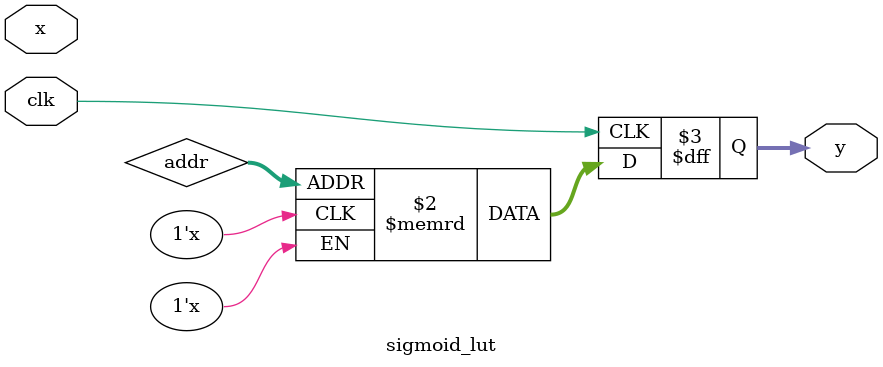
<source format=sv>
module sigmoid_lut #(
  parameter IN_W = 16, // e.g., Q6.10
  parameter OUT_W = 16,
  parameter ADDR_W = 10 // 1024 entries
)(
  input  logic               clk,
  input  logic [IN_W-1:0]    x,
  output logic [OUT_W-1:0]   y
);
  // address by clamping and dropping LSBs (piecewise-constant)
  logic [ADDR_W-1:0] addr;
  // … clamp x to range and shift …
  // ROM init from .mem file
  logic [OUT_W-1:0] rom [0:(1<<ADDR_W)-1];
  //initial $readmemh("sigmoid_q6p10_q0p16.mem", rom);
  always_ff @(posedge clk) y <= rom[addr];
endmodule

</source>
